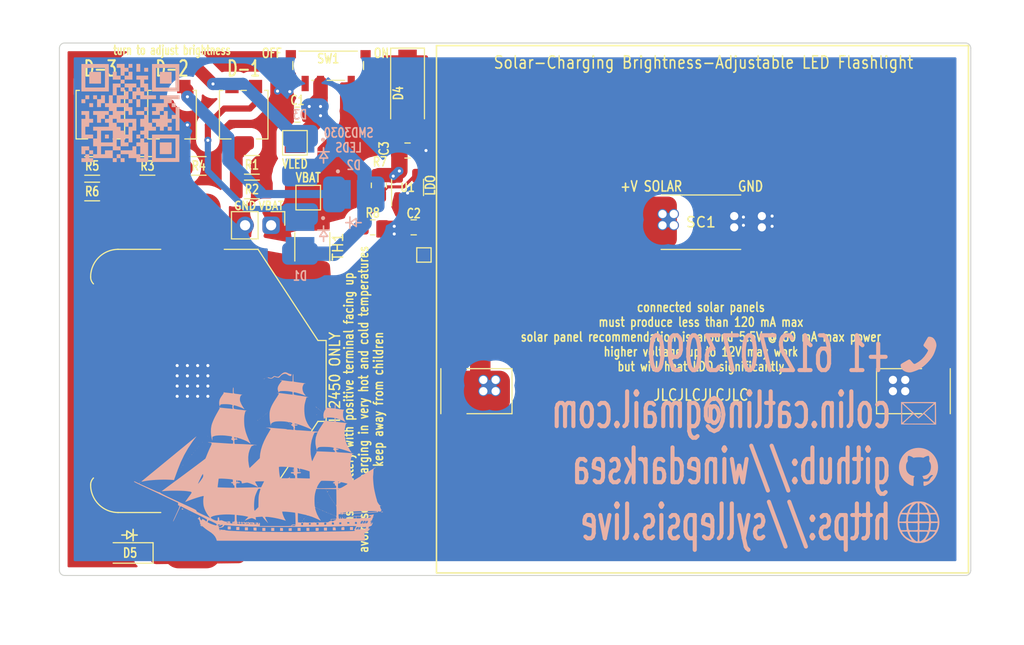
<source format=kicad_pcb>
(kicad_pcb (version 20211014) (generator pcbnew)
  (layers (0 "F.Cu" signal) (31 "B.Cu" signal) (34 "B.Paste" user) (35 "F.Paste" user) (36 "B.SilkS" user "B.Silkscreen") (37 "F.SilkS" user "F.Silkscreen") (38 "B.Mask" user) (39 "F.Mask" user) (44 "Edge.Cuts" user))
  (net 0 "")
  (net 1 "/VBAT")
  (net 2 "GND")
  (net 3 "/VSOL")
  (net 4 "/VLED")
  (net 5 "Net-(R1-Pad1)")
  (net 6 "Net-(R3-Pad1)")
  (net 7 "Net-(R5-Pad1)")
  (net 12 "/VLDO")
  (net 13 "/POT1")
  (net 14 "/POT2")
  (net 15 "/POT3")
  (net 16 "/adj")
  (net 17 "/VPTC")
  (footprint "Capacitor_SMD:C_0805_2012Metric_Pad1.18x1.45mm_HandSolder" (layer "F.Cu") (at 134.6 66 180)
    (fp_text reference "C2" (at 0 1.35 180) (layer "F.SilkS") (effects (font (size 0.9 0.7))))
    (fp_text value "1 uF")
    (pad "1" smd roundrect (at -1.0375 0 180) (size 1.175 1.45) (layers "F.Cu" "F.Paste" "F.Mask") (roundrect_rratio 0.2127659574) (net 3 "/VSOL"))
    (pad "2" smd roundrect (at 1.0375 0 180) (size 1.175 1.45) (layers "F.Cu" "F.Paste" "F.Mask") (roundrect_rratio 0.2127659574) (net 2 "GND"))
  )
  (footprint "Diode_SMD:D_SMA_Handsoldering" (layer "F.Cu") (at 134 52.9 -90)
    (fp_text reference "D4" (at 0 0.9 90) (layer "F.SilkS") (effects (font (size 0.9 0.7))))
    (fp_text value "SS54")
    (pad "1" smd rect (at -2.5 0 270) (size 3.5 1.8) (layers "F.Cu" "F.Paste" "F.Mask") (net 1 "/VBAT"))
    (pad "2" smd roundrect (at 2.5 0 270) (size 3.5 1.8) (layers "F.Cu" "F.Paste" "F.Mask") (net 12 "/VLDO"))
  )
  (footprint "TestPoint:TestPoint_Pad_4.0x4.0mm" (layer "F.Cu") (at 142 82)
    (fp_text reference "TP2")
    (fp_text value "TP")
    (pad "1" smd roundrect (at -1.25 0) (size 6.5 4) (layers "F.Cu" "F.Mask") (net 3 "/VSOL"))
  )
  (footprint "Resistor_SMD:R_1206_3216Metric" (layer "F.Cu") (at 103.2 60 180)
    (fp_text reference "R5" (at 0 0) (layer "F.SilkS") (effects (font (size 0.9 0.7))))
    (fp_text value "300Ω")
    (pad "1" smd roundrect (at -1.4625 0 180) (size 1.125 1.75) (layers "F.Cu" "F.Paste" "F.Mask") (roundrect_rratio 0.2222222222) (net 7 "Net-(R5-Pad1)"))
    (pad "2" smd roundrect (at 1.4625 0 180) (size 1.125 1.75) (layers "F.Cu" "F.Paste" "F.Mask") (roundrect_rratio 0.2222222222) (net 2 "GND"))
  )
  (footprint "Resistor_SMD:R_1206_3216Metric" (layer "F.Cu") (at 108.6 60 180)
    (fp_text reference "R3" (at 0 0) (layer "F.SilkS") (effects (font (size 0.9 0.7))))
    (fp_text value "300Ω")
    (pad "1" smd roundrect (at -1.4625 0 180) (size 1.125 1.75) (layers "F.Cu" "F.Paste" "F.Mask") (roundrect_rratio 0.2222222222) (net 6 "Net-(R3-Pad1)"))
    (pad "2" smd roundrect (at 1.4625 0 180) (size 1.125 1.75) (layers "F.Cu" "F.Paste" "F.Mask") (roundrect_rratio 0.2222222222) (net 2 "GND"))
  )
  (footprint "TestPoint:TestPoint_Pad_1.0x1.0mm" (layer "F.Cu") (at 135.6 68.7)
    (fp_text reference "TP3")
    (fp_text value "TP")
    (pad "1" smd rect (at 0 0) (size 1 1) (layers "F.Cu" "F.Mask") (net 3 "/VSOL"))
  )
  (footprint "Resistor_SMD:R_1206_3216Metric" (layer "F.Cu") (at 118.8 59.9)
    (fp_text reference "R1" (at 0 0) (layer "F.SilkS") (effects (font (size 0.9 0.7))))
    (fp_text value "100Ω")
    (pad "1" smd roundrect (at -1.4625 0) (size 1.125 1.75) (layers "F.Cu" "F.Paste" "F.Mask") (roundrect_rratio 0.2222222222) (net 5 "Net-(R1-Pad1)"))
    (pad "2" smd roundrect (at 1.4625 0) (size 1.125 1.75) (layers "F.Cu" "F.Paste" "F.Mask") (roundrect_rratio 0.2222222222) (net 2 "GND"))
  )
  (footprint "Potentiometer_SMD:Potentiometer_Bourns_3314G_Vertical" (layer "F.Cu") (at 104 55)
    (fp_text reference "RV3")
    (fp_text value "Pot 5kΩ 0.25W")
    (pad "1" smd rect (at 1.15 -2.75) (size 1.3 1.3) (layers "F.Cu" "F.Paste" "F.Mask") (net 15 "/POT3"))
    (pad "2" smd rect (at 0 2.75) (size 2 1.3) (layers "F.Cu" "F.Paste" "F.Mask") (net 7 "Net-(R5-Pad1)"))
    (pad "3" smd rect (at -1.15 -2.75) (size 1.3 1.3) (layers "F.Cu" "F.Paste" "F.Mask"))
  )
  (footprint "TestPoint:TestPoint_Pad_4.0x4.0mm" (layer "F.Cu") (at 182 82)
    (fp_text reference "TP5")
    (fp_text value "TP")
    (pad "1" smd roundrect (at 1.25 0) (size 6.5 4) (layers "F.Cu" "F.Mask") (net 2 "GND"))
  )
  (footprint "Resistor_SMD:R_1812_4532Metric_Pad1.30x3.40mm_HandSolder" (layer "F.Cu") (at 124.7 67.9 -90)
    (fp_text reference "TH1" (at 0 -2.5 90) (layer "F.SilkS"))
    (fp_text value "Thermistor_PTC")
    (pad "1" smd roundrect (at -2.225 0 270) (size 1.3 3.4) (layers "F.Cu" "F.Paste" "F.Mask") (roundrect_rratio 0.1923076923) (net 1 "/VBAT"))
    (pad "2" smd roundrect (at 2.225 0 270) (size 1.3 3.4) (layers "F.Cu" "F.Paste" "F.Mask") (roundrect_rratio 0.1923076923) (net 17 "/VPTC"))
  )
  (footprint "Resistor_SMD:R_4020_10251Metric" (layer "F.Cu") (at 162.65 65.5)
    (fp_text reference "SC1" (at 0 0) (layer "F.SilkS"))
    (fp_text value "Solar_Cell")
    (pad "1" smd roundrect (at -4.85 0) (size 5 5) (layers "F.Cu" "F.Mask") (roundrect_rratio 0.169492) (net 3 "/VSOL"))
    (pad "2" smd roundrect (at 4.85 0) (size 5 5) (layers "F.Cu" "F.Mask") (roundrect_rratio 0.169492) (net 2 "GND"))
  )
  (footprint "Capacitor_SMD:C_0805_2012Metric_Pad1.18x1.45mm_HandSolder" (layer "F.Cu") (at 134 58.5)
    (fp_text reference "C3" (at -2.3 -0.2 90) (layer "F.SilkS") (effects (font (size 0.9 0.7))))
    (fp_text value "1 uF")
    (pad "1" smd roundrect (at -1.0375 0) (size 1.175 1.45) (layers "F.Cu" "F.Paste" "F.Mask") (roundrect_rratio 0.2127659574) (net 12 "/VLDO"))
    (pad "2" smd roundrect (at 1.0375 0) (size 1.175 1.45) (layers "F.Cu" "F.Paste" "F.Mask") (roundrect_rratio 0.2127659574) (net 2 "GND"))
  )
  (footprint "Button_Switch_SMD:SW_SPDT_PCM12" (layer "F.Cu") (at 126.25 50.525 180)
    (fp_text reference "SW1" (at 0 1) (layer "F.SilkS") (effects (font (size 0.9 0.7))))
    (fp_text value "SW_SPDT")
    (pad "" np_thru_hole circle (at 1.5 0.33 180) (size 0.9 0.9) (drill 0.9) (layers *.Cu *.Mask))
    (pad "" smd rect (at 3.65 1.43 180) (size 1 0.8) (layers "F.Cu" "F.Paste" "F.Mask"))
    (pad "" smd rect (at -3.65 1.43 180) (size 1 0.8) (layers "F.Cu" "F.Paste" "F.Mask"))
    (pad "" np_thru_hole circle (at -1.5 0.33 180) (size 0.9 0.9) (drill 0.9) (layers *.Cu *.Mask))
    (pad "" smd rect (at 3.65 -0.78 180) (size 1 0.8) (layers "F.Cu" "F.Paste" "F.Mask"))
    (pad "" smd roundrect (at -3.65 -0.78 180) (size 1 0.8) (layers "F.Cu" "F.Paste" "F.Mask"))
    (pad "1" smd rect (at -2.25 -1.43 180) (size 0.7 1.5) (layers "F.Cu" "F.Paste" "F.Mask") (net 1 "/VBAT"))
    (pad "2" smd rect (at 0.75 -1.43 180) (size 0.7 1.5) (layers "F.Cu" "F.Paste" "F.Mask") (net 4 "/VLED"))
    (pad "3" smd rect (at 2.25 -1.43 180) (size 0.7 1.5) (layers "F.Cu" "F.Paste" "F.Mask"))
  )
  (footprint "TestPoint:TestPoint_Pad_2.0x2.0mm" (layer "F.Cu") (at 123 57.75)
    (fp_text reference "TP1")
    (fp_text value "TestPoint")
    (pad "1" smd rect (at 0 0) (size 2 2) (layers "F.Cu" "F.Mask") (net 4 "/VLED"))
  )
  (footprint "Resistor_SMD:R_1206_3216Metric" (layer "F.Cu") (at 103.2 62.5 180)
    (fp_text reference "R6" (at 0 0) (layer "F.SilkS") (effects (font (size 0.9 0.7))))
    (fp_text value "100Ω")
    (pad "1" smd roundrect (at -1.4625 0 180) (size 1.125 1.75) (layers "F.Cu" "F.Paste" "F.Mask") (roundrect_rratio 0.2222222222) (net 7 "Net-(R5-Pad1)"))
    (pad "2" smd roundrect (at 1.4625 0 180) (size 1.125 1.75) (layers "F.Cu" "F.Paste" "F.Mask") (roundrect_rratio 0.2222222222) (net 2 "GND"))
  )
  (footprint "Capacitor_SMD:C_0805_2012Metric_Pad1.18x1.45mm_HandSolder" (layer "F.Cu") (at 123.25 55 180)
    (fp_text reference "C1" (at 0 1.4) (layer "F.SilkS") (effects (font (size 0.9 0.7))))
    (fp_text value "1 uF")
    (pad "1" smd roundrect (at -1.0375 0 180) (size 1.175 1.45) (layers "F.Cu" "F.Paste" "F.Mask") (roundrect_rratio 0.2127659574) (net 4 "/VLED"))
    (pad "2" smd roundrect (at 1.0375 0 180) (size 1.175 1.45) (layers "F.Cu" "F.Paste" "F.Mask") (roundrect_rratio 0.2127659574) (net 2 "GND"))
  )
  (footprint "Resistor_SMD:R_0805_2012Metric_Pad1.20x1.40mm_HandSolder" (layer "F.Cu") (at 131.2 61.9 -90)
    (fp_text reference "R7" (at -2.3 -0.1 180) (layer "F.SilkS") (effects (font (size 0.9 0.7))))
    (fp_text value "1kΩ")
    (pad "1" smd roundrect (at -1 0 270) (size 1.2 1.4) (layers "F.Cu" "F.Paste" "F.Mask") (roundrect_rratio 0.2083333333) (net 12 "/VLDO"))
    (pad "2" smd roundrect (at 1 0 270) (size 1.2 1.4) (layers "F.Cu" "F.Paste" "F.Mask") (roundrect_rratio 0.2083333333) (net 16 "/adj"))
  )
  (footprint "Resistor_SMD:R_0805_2012Metric_Pad1.20x1.40mm_HandSolder" (layer "F.Cu") (at 130.6 66)
    (fp_text reference "R8" (at 0 -1.4 180) (layer "F.SilkS") (effects (font (size 0.9 0.7))))
    (fp_text value "2.4kΩ")
    (pad "1" smd roundrect (at -1 0) (size 1.2 1.4) (layers "F.Cu" "F.Paste" "F.Mask") (roundrect_rratio 0.2083333333) (net 16 "/adj"))
    (pad "2" smd roundrect (at 1 0) (size 1.2 1.4) (layers "F.Cu" "F.Paste" "F.Mask") (roundrect_rratio 0.2083333333) (net 2 "GND"))
  )
  (footprint "Diode_SMD:D_SOD-123" (layer "F.Cu") (at 106.9 97.8 180)
    (fp_text reference "D5" (at 0 0) (layer "F.SilkS") (effects (font (size 0.9 0.7))))
    (fp_text value "TVS")
    (pad "1" smd rect (at -1.65 0 180) (size 0.9 1.2) (layers "F.Cu" "F.Paste" "F.Mask") (net 17 "/VPTC"))
    (pad "2" smd rect (at 1.65 0 180) (size 0.9 1.2) (layers "F.Cu" "F.Paste" "F.Mask") (net 2 "GND"))
  )
  (footprint "Battery:BatteryHolder_Keystone_3008_1x2450" (layer "F.Cu") (at 113 81 -90)
    (fp_text reference "BT1")
    (fp_text value "Batt LIR2450")
    (pad "1" smd roundrect (at 15.3 0 270) (size 6 5.5) (layers "F.Cu" "F.Paste" "F.Mask") (net 17 "/VPTC"))
    (pad "1" smd roundrect (at -15.3 0 270) (size 6 5.5) (layers "F.Cu" "F.Paste" "F.Mask") (net 17 "/VPTC"))
    (pad "2" smd circle (at 0 0 270) (size 20 20) (layers "F.Cu" "F.Mask") (net 2 "GND") (clearance 1))
  )
  (footprint "TestPoint:TestPoint_Pad_2.0x2.0mm" (layer "F.Cu") (at 124.3 63.1)
    (fp_text reference "TP4")
    (fp_text value "TestPoint")
    (pad "1" smd rect (at 0 0) (size 2 2) (layers "F.Cu" "F.Mask") (net 1 "/VBAT"))
  )
  (footprint "Potentiometer_SMD:Potentiometer_Bourns_3314G_Vertical" (layer "F.Cu") (at 111 55)
    (fp_text reference "RV2")
    (fp_text value "Pot 5kΩ 0.25W")
    (pad "1" smd rect (at 1.15 -2.75) (size 1.3 1.3) (layers "F.Cu" "F.Paste" "F.Mask") (net 14 "/POT2"))
    (pad "2" smd rect (at 0 2.75) (size 2 1.3) (layers "F.Cu" "F.Paste" "F.Mask") (net 6 "Net-(R3-Pad1)"))
    (pad "3" smd rect (at -1.15 -2.75) (size 1.3 1.3) (layers "F.Cu" "F.Paste" "F.Mask"))
  )
  (footprint "Package_TO_SOT_SMD:SOT-23-5" (layer "F.Cu") (at 134 62.1 90)
    (fp_text reference "U1" (at -0.025 0 180) (layer "F.SilkS") (effects (font (size 0.8 0.7))))
    (fp_text value "AP2210K-ADJ")
    (pad "1" smd roundrect (at -1.1375 -0.95 90) (size 1.325 0.6) (layers "F.Cu" "F.Paste" "F.Mask") (net 3 "/VSOL"))
    (pad "2" smd roundrect (at -1.1375 0 90) (size 1.325 0.6) (layers "F.Cu" "F.Paste" "F.Mask") (net 2 "GND"))
    (pad "3" smd roundrect (at -1.1375 0.95 90) (size 1.325 0.6) (layers "F.Cu" "F.Paste" "F.Mask") (net 3 "/VSOL"))
    (pad "4" smd roundrect (at 1.1375 0.95 90) (size 1.35 1) (layers "F.Cu" "F.Paste" "F.Mask") (net 16 "/adj"))
    (pad "5" smd roundrect (at 1.1375 -0.95 90) (size 1.35 1) (layers "F.Cu" "F.Paste" "F.Mask") (net 12 "/VLDO"))
  )
  (footprint "Resistor_SMD:R_1206_3216Metric" (layer "F.Cu") (at 113.6 60)
    (fp_text reference "R4" (at 0 0) (layer "F.SilkS") (effects (font (size 0.9 0.7))))
    (fp_text value "100Ω")
    (pad "1" smd roundrect (at -1.4625 0) (size 1.125 1.75) (layers "F.Cu" "F.Paste" "F.Mask") (roundrect_rratio 0.2222222222) (net 6 "Net-(R3-Pad1)"))
    (pad "2" smd roundrect (at 1.4625 0) (size 1.125 1.75) (layers "F.Cu" "F.Paste" "F.Mask") (roundrect_rratio 0.2222222222) (net 2 "GND"))
  )
  (footprint "Connector_PinHeader_2.54mm:PinHeader_1x02_P2.54mm_Vertical" (layer "F.Cu") (at 120.675 65.8 -90)
    (fp_text reference "J1")
    (fp_text value "pinhead")
    (pad "1" thru_hole roundrect (at 0 0 270) (size 1.7 1.7) (drill 1) (layers *.Cu *.Mask) (net 1 "/VBAT"))
    (pad "2" thru_hole oval (at 0 2.54 270) (size 1.7 1.7) (drill 1) (layers *.Cu *.Mask) (net 2 "GND"))
  )
  (footprint "Resistor_SMD:R_1206_3216Metric" (layer "F.Cu") (at 118.8 62.3)
    (fp_text reference "R2" (at 0 0) (layer "F.SilkS") (effects (font (size 0.9 0.7))))
    (fp_text value "300Ω")
    (pad "1" smd roundrect (at -1.4625 0) (size 1.125 1.75) (layers "F.Cu" "F.Paste" "F.Mask") (roundrect_rratio 0.2222222222) (net 5 "Net-(R1-Pad1)"))
    (pad "2" smd roundrect (at 1.4625 0) (size 1.125 1.75) (layers "F.Cu" "F.Paste" "F.Mask") (roundrect_rratio 0.2222222222) (net 2 "GND"))
  )
  (footprint "Potentiometer_SMD:Potentiometer_Bourns_3314G_Vertical" (layer "F.Cu") (at 118 55)
    (fp_text reference "RV1")
    (fp_text value "Pot 5kΩ 0.25W")
    (pad "1" smd rect (at 1.15 -2.75) (size 1.3 1.3) (layers "F.Cu" "F.Paste" "F.Mask") (net 13 "/POT1"))
    (pad "2" smd roundrect (at 0 2.75) (size 2 1.3) (layers "F.Cu" "F.Paste" "F.Mask") (net 5 "Net-(R1-Pad1)"))
    (pad "3" smd rect (at -1.15 -2.75) (size 1.3 1.3) (layers "F.Cu" "F.Paste" "F.Mask"))
  )
  (footprint "LOGO" (layer "B.Cu") (at 183.9 78.425 180)
    (fp_text reference "G***")
    (fp_text value "LOGO" hide)
  )
  (footprint "LOGO" (layer "B.Cu") (at 183.9 89.4 180)
    (fp_text reference "G***")
    (fp_text value "LOGO" hide)
  )
  (footprint "PowerIC:LED_SMD3030" (layer "B.Cu") (at 123.5 59 180)
    (fp_text reference "D3" (at 0 4) (layer "B.SilkS") (effects (font (size 0.9 0.7)) (justify mirror)))
    (fp_text value "B_LED")
    (pad "1" smd rect (at 0 0.6) (size 2.8 0.6) (layers "B.Cu" "B.Paste" "B.Mask") (net 15 "/POT3"))
    (pad "1" smd roundrect (at 0 1.925) (size 3.5 2.15) (layers "B.Cu" "B.Paste" "B.Mask") (net 15 "/POT3"))
    (pad "2" smd rect (at 0 -0.6) (size 2.8 0.6) (layers "B.Cu" "B.Paste" "B.Mask") (net 4 "/VLED"))
    (pad "2" smd roundrect (at 0 -1.925) (size 3.5 2.15) (layers "B.Cu" "B.Paste" "B.Mask") (net 4 "/VLED"))
  )
  (footprint "LOGO" (layer "B.Cu") (at 106.9 54.8 180)
    (fp_text reference "G***")
    (fp_text value "LOGO" hide)
  )
  (footprint "LOGO" (layer "B.Cu") (at 183.9 94.8 180)
    (fp_text reference "G***")
    (fp_text value "LOGO" hide)
  )
  (footprint "LOGO" (layer "B.Cu") (at 119.1 88.2 180)
    (fp_text reference "G***")
    (fp_text value "LOGO" hide)
  )
  (footprint "PowerIC:LED_SMD3030" (layer "B.Cu") (at 123.5 66.65 180)
    (fp_text reference "D1" (at 0 -4.1) (layer "B.SilkS") (effects (font (size 0.9 0.7)) (justify mirror)))
    (fp_text value "R_LED")
    (pad "1" smd roundrect (at 0 1.925) (size 3.5 2.15) (layers "B.Cu" "B.Paste" "B.Mask") (net 13 "/POT1"))
    (pad "1" smd rect (at 0 0.6) (size 2.8 0.6) (layers "B.Cu" "B.Paste" "B.Mask") (net 13 "/POT1"))
    (pad "2" smd roundrect (at 0 -1.925) (size 3.5 2.15) (layers "B.Cu" "B.Paste" "B.Mask") (net 4 "/VLED"))
    (pad "2" smd rect (at 0 -0.6) (size 2.8 0.6) (layers "B.Cu" "B.Paste" "B.Mask") (net 4 "/VLED"))
  )
  (footprint "LOGO" (layer "B.Cu") (at 183.9 84.2 180)
    (fp_text reference "G***")
    (fp_text value "LOGO" hide)
  )
  (footprint "PowerIC:LED_SMD3030" (layer "B.Cu") (at 128.75 62.7825 -90)
    (fp_text reference "D2" (at -2.85 0) (layer "B.SilkS") (effects (font (size 0.9 0.7)) (justify mirror)))
    (fp_text value "G_LED")
    (pad "1" smd rect (at 0 0.6 90) (size 2.8 0.6) (layers "B.Cu" "B.Paste" "B.Mask") (net 14 "/POT2"))
    (pad "1" smd roundrect (at 0 1.925 90) (size 3.5 2.15) (layers "B.Cu" "B.Paste" "B.Mask") (net 14 "/POT2"))
    (pad "2" smd roundrect (at 0 -1.925 90) (size 3.5 2.15) (layers "B.Cu" "B.Paste" "B.Mask") (net 4 "/VLED"))
    (pad "2" smd rect (at 0 -0.6 90) (size 2.8 0.6) (layers "B.Cu" "B.Paste" "B.Mask") (net 4 "/VLED"))
  )
  (gr_line (start 107.2 95.5) (end 107.2 96.6) (layer "F.SilkS") (width 0.15))
  (gr_line (start 106.58 96.42) (end 107.17 96.04) (layer "F.SilkS") (width 0.15))
  (gr_line (start 107.2 96.05) (end 107.6 96.05) (layer "F.SilkS") (width 0.15))
  (gr_line (start 106.58 96.05) (end 106.1 96.05) (layer "F.SilkS") (width 0.15))
  (gr_line (start 107.17 96.04) (end 106.6 95.65) (layer "F.SilkS") (width 0.15))
  (gr_line (start 106.58 95.66) (end 106.58 96.42) (layer "F.SilkS") (width 0.15))
  (gr_rect (start 136.825 48.25) (end 188.775 99.75) (layer "F.SilkS") (width 0.15) (fill none))
  (gr_arc (start 188.5 48) (mid 188.851482 48.148518) (end 189 48.5) (layer "Edge.Cuts") (width 0.1))
  (gr_arc (start 100.5 100) (mid 100.148515 99.851485) (end 100 99.5) (layer "Edge.Cuts") (width 0.1))
  (gr_line (start 100 48.5) (end 100 99.5) (layer "Edge.Cuts") (width 0.1))
  (gr_arc (start 189 99.5) (mid 188.851482 99.851482) (end 188.5 100) (layer "Edge.Cuts") (width 0.1))
  (gr_line (start 100.5 48) (end 188.5 48) (layer "Edge.Cuts") (width 0.1))
  (gr_arc (start 100 48.5) (mid 100.148518 48.148518) (end 100.5 48) (layer "Edge.Cuts") (width 0.1))
  (gr_line (start 100.5 100) (end 188.5 100) (layer "Edge.Cuts") (width 0.1))
  (gr_line (start 189 99.5) (end 189 48.5) (layer "Edge.Cuts") (width 0.1))
  (gr_text "+1 6127073090\ncolin.catlin@gmail.com\ngithub://winedarksea\nhttps://syllepsis.live" (at 181.4 86.6) (layer "B.SilkS") (effects (font (size 3.4 1.9) (thickness 0.4)) (justify left mirror)))
  (gr_text "SMD3030\nLEDS" (at 128.25 57.5) (layer "B.SilkS") (effects (font (size 0.9 0.7)) (justify mirror)))
  (gr_text "GND" (at 167.5 62) (layer "F.SilkS") (effects (font (size 1 0.8))))
  (gr_text "Solar-Charging Brightness-Adjustable LED Flashlight" (at 162.9 49.9) (layer "F.SilkS") (effects (font (size 1.2 1))))
  (gr_text "insert battery with positive terminal facing up\navoid solar charging in very hot and cold temperatures\nkeep away from children" (at 129.7 82.8 90) (layer "F.SilkS") (effects (font (size 0.9 0.7))))
  (gr_text "D-3" (at 104 50.5) (layer "F.SilkS") (effects (font (size 1.5 1) (thickness 0.2))))
  (gr_text "turn to adjust brightness" (at 111 48.7) (layer "F.SilkS") (effects (font (size 0.9 0.6))))
  (gr_text "GND" (at 118.135 63.9) (layer "F.SilkS") (effects (font (size 0.8 0.7))))
  (gr_text "LDO" (at 136.225 61.9 90) (layer "F.SilkS") (effects (font (size 0.9 0.7))))
  (gr_text "JLCJLCJLCJLC" (at 162.65 82.375) (layer "F.SilkS") (effects (font (size 1.1 0.9))))
  (gr_text "+V SOLAR" (at 157.8 62) (layer "F.SilkS") (effects (font (size 1 0.8))))
  (gr_text "VBAT" (at 124.3 61.15) (layer "F.SilkS") (effects (font (size 0.9 0.7))))
  (gr_text "VLED" (at 123 59.8) (layer "F.SilkS") (effects (font (size 0.9 0.7))))
  (gr_text "connected solar panels\nmust produce less than 120 mA max\nsolar panel recommendation is around 5.5V @ 60 mA max power\nhigher voltage up to 12V may work\nbut will heat LDO significantly" (at 162.65 76.7) (layer "F.SilkS") (effects (font (size 0.9 0.7))))
  (gr_text "OFF" (at 120.75 49) (layer "F.SilkS") (effects (font (size 0.9 0.7))))
  (gr_text "VBAT" (at 120.675 63.9) (layer "F.SilkS") (effects (font (size 0.8 0.7))))
  (gr_text "ON" (at 131.45 49) (layer "F.SilkS") (effects (font (size 0.9 0.7))))
  (gr_text "LIR2450 ONLY" (at 126.9 81 90) (layer "F.SilkS") (effects (font (size 1 0.9))))
  (gr_text "D-2" (at 111 50.5) (layer "F.SilkS") (effects (font (size 1.5 1) (thickness 0.2))))
  (gr_text "D-1" (at 118 50.5) (layer "F.SilkS") (effects (font (size 1.5 1) (thickness 0.2))))
  (segment (start 166.4 65.5) (end 167.5 65.5) (width 1.2) (layer "F.Cu") (net 2))
  (segment (start 135.0375 58.5) (end 135.8 58.5) (width 0.6) (layer "F.Cu") (net 2))
  (segment (start 165.9 66) (end 166.4 65.5) (width 1.2) (layer "F.Cu") (net 2))
  (via (at 114.5 82.5) (size 0.7) (drill 0.3) (layers "F.Cu" "B.Cu") (net 2))
  (via (at 114.5 79.5) (size 0.7) (drill 0.3) (layers "F.Cu" "B.Cu") (net 2))
  (via (at 112.5 82.5) (size 0.7) (drill 0.3) (layers "F.Cu" "B.Cu") (net 2))
  (via (at 111.5 82.5) (size 0.7) (drill 0.3) (layers "F.Cu" "B.Cu") (net 2))
  (via (at 112.5 81.5) (size 0.7) (drill 0.3) (layers "F.Cu" "B.Cu") (net 2))
  (via (at 112.5 56) (size 0.7) (drill 0.3) (layers "F.Cu" "B.Cu") (net 2))
  (via (at 166.8 65) (size 0.7) (drill 0.3) (layers "F.Cu" "B.Cu") (net 2))
  (via (at 114.5 80.5) (size 0.7) (drill 0.3) (layers "F.Cu" "B.Cu") (net 2))
  (via (at 165.9 64.9) (size 1) (drill 0.8) (layers "F.Cu" "B.Cu") (net 2))
  (via (at 112.5 80.5) (size 0.7) (drill 0.3) (layers "F.Cu" "B.Cu") (net 2))
  (via (at 111.5 79.5) (size 0.7) (drill 0.3) (layers "F.Cu" "B.Cu") (net 2))
  (via (at 135.8 58.5) (size 0.7) (drill 0.3) (layers "F.Cu" "B.Cu") (net 2))
  (via (at 181.4 80.9) (size 1) (drill 0.8) (layers "F.Cu" "B.Cu") (net 2))
  (via (at 168.6 66) (size 1) (drill 0.8) (layers "F.Cu" "B.Cu") (net 2))
  (via (at 182.6 80.9) (size 1) (drill 0.8) (layers "F.Cu" "B.Cu") (net 2))
  (via (at 122.5 52.75) (size 0.7) (drill 0.3) (layers "F.Cu" "B.Cu") (net 2))
  (via (at 114.5 81.5) (size 0.7) (drill 0.3) (layers "F.Cu" "B.Cu") (net 2))
  (via (at 165.9 66) (size 1) (drill 0.8) (layers "F.Cu" "B.Cu") (net 2))
  (via (at 113.5 80.5) (size 0.7) (drill 0.3) (layers "F.Cu" "B.Cu") (net 2))
  (via (at 121.3 52.7) (size 0.7) (drill 0.3) (layers "F.Cu" "B.Cu") (net 2))
  (via (at 113.5 81.5) (size 0.7) (drill 0.3) (layers "F.Cu" "B.Cu") (net 2))
  (via (at 181.4 82) (size 1) (drill 0.8) (layers "F.Cu" "B.Cu") (net 2))
  (via (at 134 62.65) (size 0.6) (drill 0.3) (layers "F.Cu" "B.Cu") (net 2))
  (via (at 168.6 64.9) (size 1) (drill 0.8) (layers "F.Cu" "B.Cu") (net 2))
  (via (at 169.6 65.9) (size 0.7) (drill 0.3) (layers "F.Cu" "B.Cu") (net 2))
  (via (at 111.5 81.5) (size 0.7) (drill 0.3) (layers "F.Cu" "B.Cu") (net 2))
  (via (at 132.7 65.9) (size 0.7) (drill 0.3) (layers "F.Cu" "B.Cu") (net 2))
  (via (at 112.5 79.5) (size 0.7) (drill 0.3) (layers "F.Cu" "B.Cu") (net 2))
  (via (at 113.5 79.5) (size 0.7) (drill 0.3) (layers "F.Cu" "B.Cu") (net 2))
  (via (at 166.8 65.8) (size 0.7) (drill 0.3) (layers "F.Cu" "B.Cu") (net 2))
  (via (at 182.6 82) (size 1) (drill 0.8) (layers "F.Cu" "B.Cu") (net 2))
  (via (at 111.5 80.5) (size 0.7) (drill 0.3) (layers "F.Cu" "B.Cu") (net 2))
  (via (at 169.6 64.9) (size 0.7) (drill 0.3) (layers "F.Cu" "B.Cu") (net 2))
  (via (at 132.7 66.65) (size 0.7) (drill 0.3) (layers "F.Cu" "B.Cu") (net 2))
  (via (at 113.5 82.5) (size 0.7) (drill 0.3) (layers "F.Cu" "B.Cu") (net 2))
  (segment (start 142.45 71.05) (end 140.1 68.7) (width 2) (layer "F.Cu") (net 3))
  (segment (start 141.1 81.1) (end 142 82) (width 2) (layer "F.Cu") (net 3))
  (segment (start 142.8 71.4) (end 142.45 71.05) (width 2) (layer "F.Cu") (net 3))
  (segment (start 141.1 75.4) (end 141.1 81.1) (width 2) (layer "F.Cu") (net 3))
  (segment (start 143.95 72.55) (end 142.45 71.05) (width 2) (layer "F.Cu") (net 3))
  (segment (start 157.8 65.5) (end 151 65.5) (width 2) (layer "F.Cu") (net 3))
  (segment (start 145.1 71.4) (end 143.95 72.55) (width 2) (layer "F.Cu") (net 3))
  (segment (start 143.95 72.55) (end 141.1 75.4) (width 2) (layer "F.Cu") (net 3))
  (segment (start 145.1 71.4) (end 142.8 71.4) (width 2) (layer "F.Cu") (net 3))
  (segment (start 140.1 68.7) (end 135.6 68.7) (width 2) (layer "F.Cu") (net 3))
  (segment (start 151 65.5) (end 145.1 71.4) (width 2) (layer "F.Cu") (net 3))
  (via (at 142.6 82) (size 1) (drill 0.8) (layers "F.Cu" "B.Cu") (net 3))
  (via (at 141.4 82) (size 1) (drill 0.8) (layers "F.Cu" "B.Cu") (net 3))
  (via (at 160 64.7) (size 1) (drill 0.8) (layers "F.Cu" "B.Cu") (net 3))
  (via (at 158.9 65.8) (size 1) (drill 0.8) (layers "F.Cu" "B.Cu") (net 3))
  (via (at 160 65.8) (size 1) (drill 0.8) (layers "F.Cu" "B.Cu") (net 3))
  (via (at 141.4 80.9) (size 1) (drill 0.8) (layers "F.Cu" "B.Cu") (net 3))
  (via (at 142.6 80.9) (size 1) (drill 0.8) (layers "F.Cu" "B.Cu") (net 3))
  (via (at 158.9 64.7) (size 1) (drill 0.8) (layers "F.Cu" "B.Cu") (net 3))
  (segment (start 159.1 64.9) (end 159.9 64.9) (width 0.6) (layer "B.Cu") (net 3))
  (segment (start 141.6 81.2) (end 142.4 81.2) (width 0.6) (layer "B.Cu") (net 3))
  (segment (start 159.1 65.7) (end 159.9 64.9) (width 0.6) (layer "B.Cu") (net 3))
  (segment (start 141.5 81.1) (end 141.5 82) (width 0.6) (layer "B.Cu") (net 3))
  (segment (start 141.6 82) (end 142.4 81.2) (width 0.6) (layer "B.Cu") (net 3))
  (segment (start 141.4 81) (end 141.5 81.1) (width 0.6) (layer "B.Cu") (net 3))
  (segment (start 141.5 82) (end 141.6 82) (width 0.6) (layer "B.Cu") (net 3))
  (segment (start 142.4 81.2) (end 142.4 82) (width 0.6) (layer "B.Cu") (net 3))
  (segment (start 159.9 64.9) (end 159.9 65.7) (width 0.6) (layer "B.Cu") (net 3))
  (segment (start 141.5 82) (end 142.4 82) (width 0.6) (layer "B.Cu") (net 3))
  (segment (start 141.4 81) (end 141.6 81.2) (width 0.6) (layer "B.Cu") (net 3))
  (segment (start 159.1 64.9) (end 159.1 65.7) (width 0.6) (layer "B.Cu") (net 3))
  (segment (start 159.9 65.7) (end 159.1 65.7) (width 0.6) (layer "B.Cu") (net 3))
  (segment (start 124.45 54.2) (end 125.5 55.25) (width 1.4) (layer "F.Cu") (net 4))
  (segment (start 124.4 54.2) (end 124.45 54.2) (width 1.4) (layer "F.Cu") (net 4))
  (segment (start 125.5 55.25) (end 123 57.75) (width 1.4) (layer "F.Cu") (net 4))
  (segment (start 125.5 53.354022) (end 125.5 51.955) (width 1.4) (layer "F.Cu") (net 4))
  (segment (start 125.5 55.1) (end 125.5 55.25) (width 1.4) (layer "F.Cu") (net 4))
  (segment (start 124.654022 54.2) (end 125.5 53.354022) (width 1.4) (layer "F.Cu") (net 4))
  (segment (start 125.5 54.2) (end 125.5 51.955) (width 1.4) (layer "F.Cu") (net 4))
  (segment (start 124.4 54.2) (end 124.654022 54.2) (width 1.4) (layer "F.Cu") (net 4))
  (via (at 124.4 54.2) (size 0.7) (drill 0.3) (layers "F.Cu" "B.Cu") (net 4))
  (via (at 125.5 55.1) (size 0.7) (drill 0.3) (layers "F.Cu" "B.Cu") (net 4))
  (via (at 125.5 54.2) (size 0.7) (drill 0.3) (layers "F.Cu" "B.Cu") (net 4))
  (segment (start 126.65 58.55) (end 124.275 60.925) (width 1.4) (layer "B.Cu") (net 4))
  (segment (start 129.8 65.6) (end 126.825 68.575) (width 1.4) (layer "B.Cu") (net 4))
  (segment (start 125.3 55.1) (end 125.5 55.1) (width 1.5) (layer "B.Cu") (net 4))
  (segment (start 124.4 54.2) (end 125.3 55.1) (width 1.5) (layer "B.Cu") (net 4))
  (segment (start 125.5 54.2) (end 125.5 55.1) (width 1.4) (layer "B.Cu") (net 4))
  (segment (start 127.425 58.25) (end 129.8 60.625) (width 1.4) (layer "B.Cu") (net 4))
  (segment (start 125.5 55.1) (end 125.5 55.25) (width 1.4) (layer "B.Cu") (net 4))
  (segment (start 124.4 54.2) (end 125.5 54.2) (width 1.6) (layer "B.Cu") (net 4))
  (segment (start 125.5 55.25) (end 127 56.75) (width 1.4) (layer "B.Cu") (net 4))
  (segment (start 124.275 60.925) (end 123.5 60.925) (width 1.4) (layer "B.Cu") (net 4))
  (segment (start 129.8 60.625) (end 129.8 65.6) (width 1.4) (layer "B.Cu") (net 4))
  (segment (start 127 58.25) (end 127.425 58.25) (width 1.4) (layer "B.Cu") (net 4))
  (segment (start 127 56.75) (end 127 58.25) (width 1.8) (layer "B.Cu") (net 4))
  (segment (start 126.825 68.575) (end 123 68.575) (width 1.4) (layer "B.Cu") (net 4))
  (segment (start 126.65 58.25) (end 126.65 58.55) (width 1.4) (layer "B.Cu") (net 4))
  (segment (start 118.4 57.75) (end 118.4 57.85) (width 1.2) (layer "F.Cu") (net 5))
  (segment (start 117.25 59) (end 117.25 62.4125) (width 1.2) (layer "F.Cu") (net 5))
  (segment (start 118.4 57.85) (end 117.25 59) (width 1.2) (layer "F.Cu") (net 5))
  (segment (start 110.1125 60.25) (end 110.0625 60.2) (width 1.2) (layer "F.Cu") (net 6))
  (segment (start 111.4 59.85) (end 111 60.25) (width 1.2) (layer "F.Cu") (net 6))
  (segment (start 111 60.25) (end 110.1125 60.25) (width 1.2) (layer "F.Cu") (net 6))
  (segment (start 112.1375 60.2) (end 110.0625 60.2) (width 1.8) (layer "F.Cu") (net 6))
  (segment (start 111.4 57.75) (end 111.4 59.4625) (width 1.2) (layer "F.Cu") (net 6))
  (segment (start 111.4 59.4625) (end 111.4 59.85) (width 1.2) (layer "F.Cu") (net 6))
  (segment (start 111.4 59.4625) (end 112.1375 60.2) (width 1.2) (layer "F.Cu") (net 6))
  (segment (start 104.6625 60) (end 104.6625 62.8) (width 1.2) (layer "F.Cu") (net 7))
  (segment (start 104 59.3375) (end 104.6625 60) (width 1.2) (layer "F.Cu") (net 7))
  (segment (start 104 57.75) (end 104 59.3375) (width 1.2) (layer "F.Cu") (net 7))
  (segment (start 132.6 61) (end 132.5 60.9) (width 1.4) (layer "F.Cu") (net 12))
  (segment (start 133.2 60.5) (end 133.2 57.55) (width 1.6) (layer "F.Cu") (net 12))
  (segment (start 132.5 60.9) (end 131.2 60.9) (width 1.4) (layer "F.Cu") (net 12))
  (segment (start 133.2 57.55) (end 134 56.75) (width 1.4) (layer "F.Cu") (net 12))
  (via (at 133.2 60.5) (size 0.7) (drill 0.3) (layers "F.Cu" "B.Cu") (net 12))
  (via (at 132.6 61) (size 0.7) (drill 0.3) (layers "F.Cu" "B.Cu") (net 12))
  (segment (start 133.1 60.5) (end 132.6 61) (width 0.8) (layer "B.Cu") (net 12))
  (segment (start 133.2 60.5) (end 133.1 60.5) (width 0.8) (layer "B.Cu") (net 12))
  (segment (start 118.6 54.4) (end 119.15 53.85) (width 0.6) (layer "F.Cu") (net 13))
  (segment (start 119.15 53.85) (end 119.15 52.25) (width 0.6) (layer "F.Cu") (net 13))
  (segment (start 114.5 56) (end 116.1 54.4) (width 0.6) (layer "F.Cu") (net 13))
  (segment (start 116.1 54.4) (end 118.6 54.4) (width 0.6) (layer "F.Cu") (net 13))
  (segment (start 114.5 57.5) (end 114.5 56) (width 0.6) (layer "F.Cu") (net 13))
  (via (at 114.5 57.5) (size 0.7) (drill 0.3) (layers "F.Cu" "B.Cu") (net 13))
  (segment (start 114.5 57.5) (end 114.5 60.5) (width 0.6) (layer "B.Cu") (net 13))
  (segment (start 114.5 60.5) (end 118.2 64.2) (width 0.6) (layer "B.Cu") (net 13))
  (segment (start 122.475 64.2) (end 123 64.725) (width 0.6) (layer "B.Cu") (net 13))
  (segment (start 118.2 64.2) (end 122.475 64.2) (width 0.6) (layer "B.Cu") (net 13))
  (segment (start 112.5 52.6) (end 112.15 52.25) (width 1.2) (layer "F.Cu") (net 14))
  (segment (start 112.5 53.25) (end 112.5 52.6) (width 1.2) (layer "F.Cu") (net 14))
  (via (at 112.5 53.25) (size 0.7) (drill 0.3) (layers "F.Cu" "B.Cu") (net 14))
  (segment (start 116.5 59.5) (end 116.5 57.25) (width 1.2) (layer "B.Cu") (net 14))
  (segment (start 119.75 62.75) (end 126.7925 62.75) (width 0.8) (layer "B.Cu") (net 14))
  (segment (start 116.5 57.25) (end 112.5 53.25) (width 1.2) (layer "B.Cu") (net 14))
  (segment (start 126.7925 62.75) (end 126.825 62.7825) (width 0.8) (layer "B.Cu") (net 14))
  (segment (start 119.6 62.6) (end 119.75 62.75) (width 0.8) (layer "B.Cu") (net 14))
  (segment (start 119.6 62.6) (end 116.5 59.5) (width 1.2) (layer "B.Cu") (net 14))
  (segment (start 113.25 50.25) (end 107.15 50.25) (width 1.2) (layer "F.Cu") (net 15))
  (segment (start 107.15 50.25) (end 105.15 52.25) (width 1.2) (layer "F.Cu") (net 15))
  (segment (start 115 52) (end 113.25 50.25) (width 1.2) (layer "F.Cu") (net 15))
  (via (at 115 52) (size 0.7) (drill 0.3) (layers "F.Cu" "B.Cu") (net 15))
  (segment (start 117.925 52) (end 123 57.075) (width 1.2) (layer "B.Cu") (net 15))
  (segment (start 115 52) (end 117.925 52) (width 1.2) (layer "B.Cu") (net 15))
  (segment (start 129.6 65.4) (end 131.2 63.8) (width 0.3) (layer "F.Cu") (net 16))
  (segment (start 132.05 62.05) (end 131.2 62.9) (width 0.3) (layer "F.Cu") (net 16))
  (segment (start 131.2 63.8) (end 131.2 62.9) (width 0.3) (layer "F.Cu") (net 16))
  (segment (start 133.610741 62.05) (end 132.05 62.05) (width 0.3) (layer "F.Cu") (net 16))
  (segment (start 134.698241 60.9625) (end 133.610741 62.05) (width 0.3) (layer "F.Cu") (net 16))
  (segment (start 134.95 60.9625) (end 134.698241 60.9625) (width 0.3) (layer "F.Cu") (net 16))
  (segment (start 129.6 66) (end 129.6 65.4) (width 0.3) (layer "F.Cu") (net 16))
  (zone (net 1) (net_name "/VBAT") (layer "F.Cu") (priority 2) (connect_pads yes (clearance 1.2)) (min_thickness 0.4) (fill yes (thermal_gap 0.508) (thermal_bridge_width 0.508) (smoothing fillet) (radius 0.3))
    (polygon (pts (xy 136 55.4) (xy 136 63) (xy 122.6 66.5) (xy 126.25 89.5) (xy 118 100) (xy 108 100) (xy 107 93) (xy 108.4 63.05) (xy 113 62) (xy 120.7 64) (xy 121.450002 63.150001) (xy 122.03615 60.579472) (xy 123.836148 56.929471) (xy 128.55 49.1) (xy 132.95 48.25) (xy 136 48.25)))
  )
  (zone (net 17) (net_name "/VPTC") (layer "F.Cu") (priority 4) (connect_pads yes (clearance 1)) (min_thickness 0.2) (fill yes (thermal_gap 0.508) (thermal_bridge_width 0.508) (smoothing fillet) (radius 0.6))
    (polygon (pts (xy 126.4 69.4) (xy 127 77.5) (xy 126.3 89.6) (xy 117.788766 98.800126) (xy 108.888766 98.900126) (xy 108.709228 93.662495) (xy 110.4 62.9) (xy 115.4 67.4)))
  )
  (zone (net 2) (net_name "GND") (layer "F.Cu") (priority 1) (connect_pads yes (clearance 0.8)) (min_thickness 0.2) (fill yes (thermal_gap 0.508) (thermal_bridge_width 0.508) (smoothing fillet) (radius 0.2))
    (polygon (pts (xy 137.738506 53.909819) (xy 137.1 55.8) (xy 133.8 58.2) (xy 127.5 59.2) (xy 127.3 77.9) (xy 126 101) (xy 99 101) (xy 99 48) (xy 137.5 47.9)))
  )
  (zone (net 3) (net_name "/VSOL") (layer "F.Cu") (priority 3) (connect_pads yes (clearance 0.4)) (min_thickness 0.2) (fill yes (thermal_gap 0.508) (thermal_bridge_width 0.508) (smoothing chamfer))
    (polygon (pts (xy 141.8 69.2) (xy 134.725 69) (xy 132.4 63.975) (xy 132.775 62.475) (xy 135.7 62.3) (xy 138.798277 66.129311)))
  )
  (zone (net 2) (net_name "GND") (layer "F.Cu") (priority 4) (connect_pads yes (clearance 0.4)) (min_thickness 0.2) (fill yes (thermal_gap 0.508) (thermal_bridge_width 0.508) (smoothing chamfer))
    (polygon (pts (xy 134.1 67) (xy 130.95 67) (xy 130.95 65.35) (xy 134.1 65.35)))
  )
  (zone (net 2) (net_name "GND") (layer "B.Cu") (priority 1) (connect_pads yes (clearance 1.4)) (min_thickness 0.2) (fill yes (thermal_gap 0.508) (thermal_bridge_width 0.508) (smoothing chamfer))
    (polygon (pts (xy 194.2 106.8) (xy 94.8 106.8) (xy 94.2 44.6) (xy 194 43.8)))
  )
)
</source>
